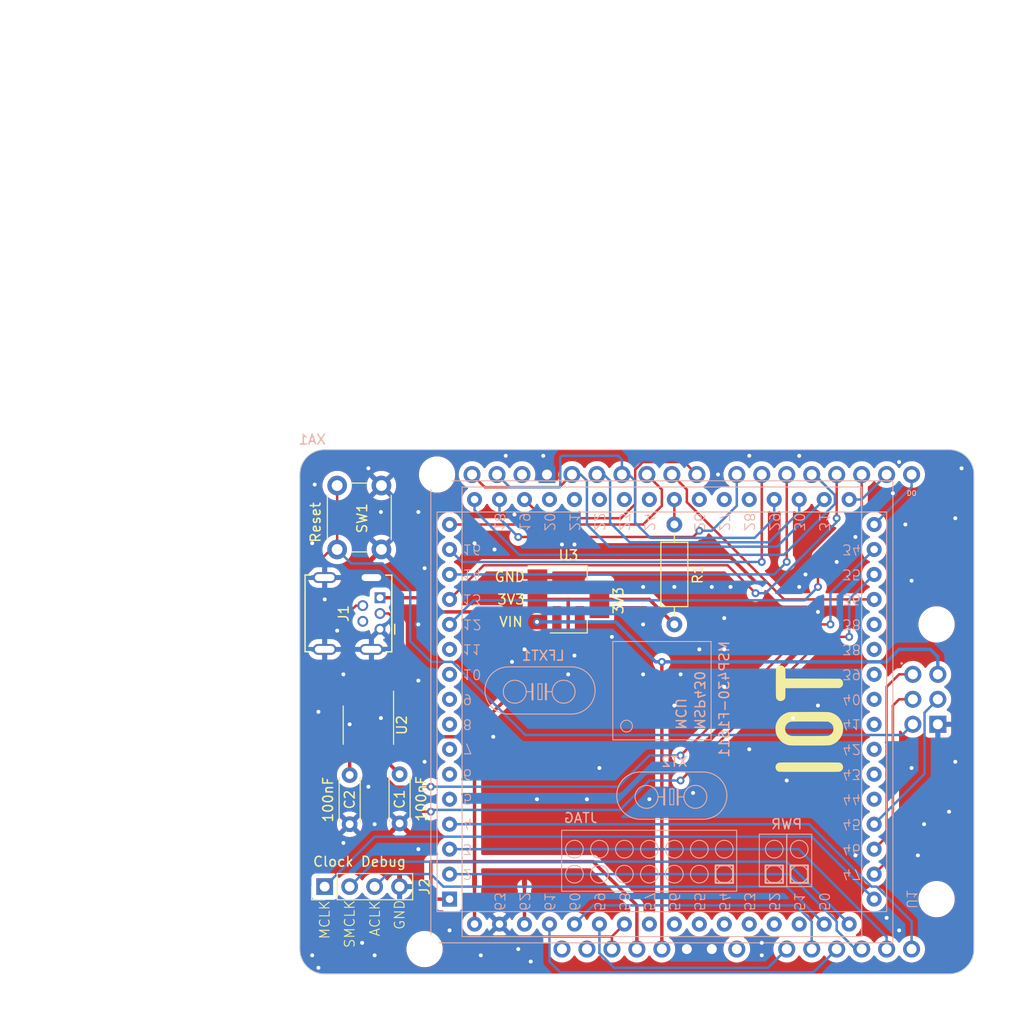
<source format=kicad_pcb>
(kicad_pcb (version 20221018) (generator pcbnew)
  (title_block (comment 4 "AISLER Project ID: EDIGCINF"))
  (layers (0 "F.Cu" signal) (31 "B.Cu" signal) (34 "B.Paste" user) (35 "F.Paste" user) (36 "B.SilkS" user "B.Silkscreen") (37 "F.SilkS" user "F.Silkscreen") (38 "B.Mask" user) (39 "F.Mask" user) (44 "Edge.Cuts" user))
  (net 0 "")
  (net 1 "GND")
  (net 3 "/USB_D-")
  (net 4 "/USB_D+")
  (net 5 "+5V")
  (net 6 "/R_{OSC}")
  (net 7 "VCC")
  (net 8 "GNDA")
  (net 9 "VDDA")
  (net 10 "/A5")
  (net 18 "/D2")
  (net 19 "/D3")
  (net 20 "/D5")
  (net 21 "/D6")
  (net 22 "/CS")
  (net 23 "/D4")
  (net 24 "/D7")
  (net 25 "/D8")
  (net 34 "/COPI0{slash}SDA")
  (net 35 "/CIPO0")
  (net 36 "/SCK0{slash}SCL")
  (net 37 "/TXD0")
  (net 38 "/RXD0")
  (net 39 "/TXD1")
  (net 40 "/RXD1")
  (net 41 "/D9")
  (net 50 "/COPI1")
  (net 51 "/CIPO1")
  (net 52 "/SCK1")
  (net 53 "/MCLK")
  (net 54 "/SMCLK")
  (net 55 "/ACLK")
  (net 63 "/~{RST}")
  (net 64 "/A0")
  (net 65 "/A1")
  (net 66 "/A2")
  (net 68 "/A3")
  (net 69 "/A4")
  (footprint "boards:RIOT Logo" (layer "F.Cu") (at 120.65 103.886 90)
    (fp_text reference "REF**" hide)
    (fp_text value "RIOT Logo" hide)
  )
  (footprint "boards:LDO-3V3" (layer "F.Cu") (at 90.83 83.82 180)
    (fp_text reference "U3")
    (fp_text value "LDO-3V3")
  )
  (footprint "boards:Arduino_Uno_R3_BOARD" (layer "F.Cu") (at 62.23 121.92)
    (fp_text reference "XA1")
    (fp_text value "Arduino UNO Headers")
  )
  (footprint "boards:USB_Mini-B-Through-Hole" (layer "F.Cu") (at 71.665 86.85 90)
    (fp_text reference "J1")
    (fp_text value "USB_B_Mini")
  )
  (footprint "Resistor_THT:R_Axial_DIN0207_L6.3mm_D2.5mm_P10.16mm_Horizontal" (layer "F.Cu") (at 101.6 76.2 -90)
    (fp_text reference "R1")
    (fp_text value "100K")
  )
  (footprint "NetTie:NetTie-2_SMD_Pad0.5mm" (layer "F.Cu") (at 86.36 112.53 -90)
    (fp_text reference "NT2" hide)
    (fp_text value "NetTie_2" hide)
  )
  (footprint "Button_Switch_THT:SW_PUSH_6mm_H5mm" (layer "F.Cu") (at 71.81 72.24 -90)
    (fp_text reference "SW1")
    (fp_text value "Reset")
  )
  (footprint "Package_SO:SOP-8_3.9x4.9mm_P1.27mm" (layer "F.Cu") (at 70.485 96.605 -90)
    (fp_text reference "U2")
    (fp_text value "CH340N")
  )
  (footprint "Connector_PinHeader_2.54mm:PinHeader_1x04_P2.54mm_Vertical" (layer "F.Cu") (at 66.04 113.03 90)
    (fp_text reference "J2")
    (fp_text value "Clock Debug")
  )
  (footprint "Capacitor_THT:C_Disc_D4.3mm_W1.9mm_P5.00mm" (layer "F.Cu") (at 73.66 106.6 90)
    (fp_text reference "C1")
    (fp_text value "100nF")
  )
  (footprint "Capacitor_THT:C_Disc_D4.3mm_W1.9mm_P5.00mm" (layer "F.Cu") (at 68.58 101.68 -90)
    (fp_text reference "C2")
    (fp_text value "100nF")
  )
  (footprint "NetTie:NetTie-2_SMD_Pad0.5mm" (layer "F.Cu") (at 81.28 112.395 -90)
    (fp_text reference "NT1" hide)
    (fp_text value "NetTie_2" hide)
  )
  (footprint "boards:Olimex MSP430-H1611" (layer "B.Cu") (at 78.74 114.3 90)
    (fp_text reference "U1")
    (fp_text value "MSP430-F1611")
  )
  (gr_line (start 66.04 68.58) (end 129.54 68.58) (stroke (width 0.1)) (layer "Edge.Cuts"))
  (gr_arc (start 132.08 119.38) (mid 131.336051 121.176051) (end 129.54 121.92) (stroke (width 0.1)) (layer "Edge.Cuts"))
  (gr_arc (start 129.54 68.58) (mid 131.336051 69.323949) (end 132.08 71.12) (stroke (width 0.1)) (layer "Edge.Cuts"))
  (gr_line (start 132.08 71.12) (end 132.08 119.38) (stroke (width 0.1)) (layer "Edge.Cuts"))
  (gr_line (start 63.5 119.38) (end 63.5 71.12) (stroke (width 0.1)) (layer "Edge.Cuts"))
  (gr_line (start 129.54 121.92) (end 66.04 121.92) (stroke (width 0.1)) (layer "Edge.Cuts"))
  (gr_arc (start 63.5 71.12) (mid 64.243949 69.323949) (end 66.04 68.58) (stroke (width 0.1)) (layer "Edge.Cuts"))
  (gr_arc (start 66.04 121.92) (mid 64.243949 121.176051) (end 63.5 119.38) (stroke (width 0.1)) (layer "Edge.Cuts"))
  (gr_text "SMCLK" (at 68.58 114.3 90) (layer "F.SilkS") (effects (font (size 1 1) (thickness 0.1)) (justify right)))
  (gr_text "ACLK" (at 71.15 114.36 90) (layer "F.SilkS") (effects (font (size 1 1) (thickness 0.1)) (justify right)))
  (gr_text "MCLK" (at 66.04 114.36 90) (layer "F.SilkS") (effects (font (size 1 1) (thickness 0.1)) (justify right)))
  (gr_text "GND" (at 73.66 114.3 90) (layer "F.SilkS") (effects (font (size 1 1) (thickness 0.1)) (justify right)))
  (via (at 70.485 70.485) (size 0.8) (drill 0.4) (layers "F.Cu" "B.Cu") (net 1))
  (via (at 71.755 95.885) (size 0.8) (drill 0.4) (layers "F.Cu" "B.Cu") (net 1))
  (via (at 110.49 120.015) (size 0.8) (drill 0.4) (layers "F.Cu" "B.Cu") (net 1))
  (via (at 76.2 100.33) (size 0.8) (drill 0.4) (layers "F.Cu" "B.Cu") (net 1))
  (via (at 85.344 75.184) (size 0.8) (drill 0.4) (layers "F.Cu" "B.Cu") (net 1))
  (via (at 130.81 70.485) (size 0.8) (drill 0.4) (layers "F.Cu" "B.Cu") (net 1))
  (via (at 78.74 117.475) (size 0.8) (drill 0.4) (layers "F.Cu" "B.Cu") (net 1))
  (via (at 103.505 103.505) (size 0.8) (drill 0.4) (layers "F.Cu" "B.Cu") (net 1))
  (via (at 124.46 117.475) (size 0.8) (drill 0.4) (layers "F.Cu" "B.Cu") (net 1))
  (via (at 85.725 119.38) (size 0.8) (drill 0.4) (layers "F.Cu" "B.Cu") (net 1))
  (via (at 83.185 97.79) (size 0.8) (drill 0.4) (layers "F.Cu" "B.Cu") (net 1))
  (via (at 81.915 120.015) (size 0.8) (drill 0.4) (layers "F.Cu" "B.Cu") (net 1))
  (via (at 106.68 85.725) (size 0.8) (drill 0.4) (layers "F.Cu" "B.Cu") (net 1))
  (via (at 114.3 69.215) (size 0.8) (drill 0.4) (layers "F.Cu" "B.Cu") (net 1))
  (via (at 86.36 88.9) (size 0.8) (drill 0.4) (layers "F.Cu" "B.Cu") (net 1))
  (via (at 65.405 121.285) (size 0.8) (drill 0.4) (layers "F.Cu" "B.Cu") (net 1))
  (via (at 65.024 72.136) (size 0.8) (drill 0.4) (layers "F.Cu" "B.Cu") (net 1))
  (via (at 95.25 87.63) (size 0.8) (drill 0.4) (layers "F.Cu" "B.Cu") (net 1))
  (via (at 126.365 109.855) (size 0.8) (drill 0.4) (layers "F.Cu" "B.Cu") (net 1))
  (via (at 125.095 76.2) (size 0.8) (drill 0.4) (layers "F.Cu" "B.Cu") (net 1))
  (via (at 88.265 69.215) (size 0.8) (drill 0.4) (layers "F.Cu" "B.Cu") (net 1))
  (via (at 101.6 82.55) (size 0.8) (drill 0.4) (layers "F.Cu" "B.Cu") (net 1))
  (via (at 69.85 118.745) (size 0.8) (drill 0.4) (layers "F.Cu" "B.Cu") (net 1))
  (via (at 84.455 69.215) (size 0.8) (drill 0.4) (layers "F.Cu" "B.Cu") (net 1))
  (via (at 129.54 105.41) (size 0.8) (drill 0.4) (layers "F.Cu" "B.Cu") (net 1))
  (via (at 91.44 89.535) (size 0.8) (drill 0.4) (layers "F.Cu" "B.Cu") (net 1))
  (via (at 125.73 100.965) (size 0.8) (drill 0.4) (layers "F.Cu" "B.Cu") (net 1))
  (via (at 91.44 78.232) (size 0.8) (drill 0.4) (layers "F.Cu" "B.Cu") (net 1))
  (via (at 109.22 69.215) (size 0.8) (drill 0.4) (layers "F.Cu" "B.Cu") (net 1))
  (via (at 68.58 96.52) (size 0.8) (drill 0.4) (layers "F.Cu" "B.Cu") (net 1))
  (via (at 106.68 88.9) (size 0.8) (drill 0.4) (layers "F.Cu" "B.Cu") (net 1))
  (via (at 67.945 108.585) (size 0.8) (drill 0.4) (layers "F.Cu" "B.Cu") (net 1))
  (via (at 67.945 91.44) (size 0.8) (drill 0.4) (layers "F.Cu" "B.Cu") (net 1))
  (via (at 81.28 78.105) (size 0.8) (drill 0.4) (layers "F.Cu" "B.Cu") (net 1))
  (via (at 71.12 106.68) (size 0.8) (drill 0.4) (layers "F.Cu" "B.Cu") (net 1))
  (via (at 114.3 82.55) (size 0.8) (drill 0.4) (layers "F.Cu" "B.Cu") (net 1))
  (via (at 120.015 109.855) (size 0.8) (drill 0.4) (layers "F.Cu" "B.Cu") (net 1))
  (via (at 120.015 77.47) (size 0.8) (drill 0.4) (layers "F.Cu" "B.Cu") (net 1))
  (via (at 104.14 88.9) (size 0.8) (drill 0.4) (layers "F.Cu" "B.Cu") (net 1))
  (via (at 102.235 91.44) (size 0.8) (drill 0.4) (layers "F.Cu" "B.Cu") (net 1))
  (via (at 93.98 100.965) (size 0.8) (drill 0.4) (layers "F.Cu" "B.Cu") (net 1))
  (via (at 87.63 104.14) (size 0.8) (drill 0.4) (layers "F.Cu" "B.Cu") (net 1))
  (via (at 99.06 104.14) (size 0.8) (drill 0.4) (layers "F.Cu" "B.Cu") (net 1))
  (via (at 75.565 92.075) (size 0.8) (drill 0.4) (layers "F.Cu" "B.Cu") (net 1))
  (via (at 75.565 74.93) (size 0.8) (drill 0.4) (layers "F.Cu" "B.Cu") (net 1))
  (via (at 65.405 95.25) (size 0.8) (drill 0.4) (layers "F.Cu" "B.Cu") (net 1))
  (via (at 75.565 109.22) (size 0.8) (drill 0.4) (layers "F.Cu" "B.Cu") (net 1))
  (via (at 116.205 94.615) (size 0.8) (drill 0.4) (layers "F.Cu" "B.Cu") (net 1))
  (via (at 110.49 118.745) (size 0.8) (drill 0.4) (layers "F.Cu" "B.Cu") (net 1))
  (via (at 71.12 120.015) (size 0.8) (drill 0.4) (layers "F.Cu" "B.Cu") (net 1))
  (via (at 98.425 86.36) (size 0.8) (drill 0.4) (layers "F.Cu" "B.Cu") (net 1))
  (via (at 116.205 85.09) (size 0.8) (drill 0.4) (layers "F.Cu" "B.Cu") (net 1))
  (via (at 98.425 91.44) (size 0.8) (drill 0.4) (layers "F.Cu" "B.Cu") (net 1))
  (via (at 107.315 82.55) (size 0.8) (drill 0.4) (layers "F.Cu" "B.Cu") (net 1))
  (via (at 90.17 78.232) (size 0.8) (drill 0.4) (layers "F.Cu" "B.Cu") (net 1))
  (via (at 127 106.68) (size 0.8) (drill 0.4) (layers "F.Cu" "B.Cu") (net 1))
  (via (at 92.71 104.14) (size 0.8) (drill 0.4) (layers "F.Cu" "B.Cu") (net 1))
  (via (at 123.19 116.205) (size 0.8) (drill 0.4) (layers "F.Cu" "B.Cu") (net 1))
  (via (at 114.935 81.28) (size 0.8) (drill 0.4) (layers "F.Cu" "B.Cu") (net 1))
  (via (at 130.175 75.565) (size 0.8) (drill 0.4) (layers "F.Cu" "B.Cu") (net 1))
  (via (at 83.312 78.74) (size 0.8) (drill 0.4) (layers "F.Cu" "B.Cu") (net 1))
  (via (at 66.04 83.82) (size 0.8) (drill 0.4) (layers "F.Cu" "B.Cu") (net 1))
  (via (at 85.09 90.17) (size 0.8) (drill 0.4) (layers "F.Cu" "B.Cu") (net 1))
  (via (at 70.485 102.87) (size 0.8) (drill 0.4) (layers "F.Cu" "B.Cu") (net 1))
  (via (at 118.11 80.01) (size 0.8) (drill 0.4) (layers "F.Cu" "B.Cu") (net 1))
  (via (at 123.825 73.025) (size 0.8) (drill 0.4) (layers "F.Cu" "B.Cu") (net 1))
  (via (at 105.41 82.55) (size 0.8) (drill 0.4) (layers "F.Cu" "B.Cu") (net 1))
  (via (at 106.045 71.12) (size 0.8) (drill 0.4) (layers "F.Cu" "B.Cu") (net 1))
  (via (at 67.31 86.995) (size 0.8) (drill 0.4) (layers "F.Cu" "B.Cu") (net 1))
  (via (at 76.2 80.645) (size 0.8) (drill 0.4) (layers "F.Cu" "B.Cu") (net 1))
  (via (at 113.665 95.885) (size 0.8) (drill 0.4) (layers "F.Cu" "B.Cu") (net 1))
  (via (at 101.6 94.615) (size 0.8) (drill 0.4) (layers "F.Cu" "B.Cu") (net 1))
  (via (at 109.22 99.06) (size 0.8) (drill 0.4) (layers "F.Cu" "B.Cu") (net 1))
  (via (at 125.73 81.915) (size 0.8) (drill 0.4) (layers "F.Cu" "B.Cu") (net 1))
  (via (at 90.805 91.44) (size 0.8) (drill 0.4) (layers "F.Cu" "B.Cu") (net 1))
  (via (at 71.755 74.93) (size 0.8) (drill 0.4) (layers "F.Cu" "B.Cu") (net 1))
  (via (at 64.77 120.015) (size 0.8) (drill 0.4) (layers "F.Cu" "B.Cu") (net 1))
  (via (at 106.68 92.71) (size 0.8) (drill 0.4) (layers "F.Cu" "B.Cu") (net 1))
  (via (at 130.175 100.33) (size 0.8) (drill 0.4) (layers "F.Cu" "B.Cu") (net 1))
  (via (at 98.425 82.55) (size 0.8) (drill 0.4) (layers "F.Cu" "B.Cu") (net 1))
  (via (at 113.03 102.235) (size 0.8) (drill 0.4) (layers "F.Cu" "B.Cu") (net 1))
  (via (at 75.565 86.36) (size 0.8) (drill 0.4) (layers "F.Cu" "B.Cu") (net 1))
  (via (at 86.995 120.65) (size 0.8) (drill 0.4) (layers "F.Cu" "B.Cu") (net 1))
  (via (at 124.46 69.85) (size 0.8) (drill 0.4) (layers "F.Cu" "B.Cu") (net 1))
  (via (at 64.77 78.105) (size 0.8) (drill 0.4) (layers "F.Cu" "B.Cu") (net 1))
  (segment (start 69.915 84.45) (end 69.22 84.45) (width 0.25) (layer "F.Cu") (net 3))
  (segment (start 71.12 92.075) (end 71.12 93.98) (width 0.25) (layer "F.Cu") (net 3))
  (segment (start 69.22 84.45) (end 68.58 85.09) (width 0.25) (layer "F.Cu") (net 3))
  (segment (start 68.58 85.09) (end 68.58 89.535) (width 0.25) (layer "F.Cu") (net 3))
  (segment (start 68.58 89.535) (end 71.12 92.075) (width 0.25) (layer "F.Cu") (net 3))
  (segment (start 72.55 85.25) (end 71.665 85.25) (width 0.25) (layer "F.Cu") (net 4))
  (segment (start 72.39 93.98) (end 72.39 92.71) (width 0.25) (layer "F.Cu") (net 4))
  (segment (start 73.66 86.36) (end 72.55 85.25) (width 0.25) (layer "F.Cu") (net 4))
  (segment (start 73.66 91.44) (end 73.66 86.36) (width 0.25) (layer "F.Cu") (net 4))
  (segment (start 72.39 92.71) (end 73.66 91.44) (width 0.25) (layer "F.Cu") (net 4))
  (segment (start 100.33 90.17) (end 100.33 119.38) (width 0.35) (layer "F.Cu") (net 5))
  (segment (start 76.03 83.65) (end 77.47 85.09) (width 0.35) (layer "F.Cu") (net 5))
  (segment (start 87.68 86.12) (end 87.644 86.12) (width 0.35) (layer "F.Cu") (net 5))
  (segment (start 77.47 85.09) (end 83.82 85.09) (width 0.35) (layer "F.Cu") (net 5))
  (segment (start 87.644 86.12) (end 87.63 86.106) (width 0.35) (layer "F.Cu") (net 5))
  (segment (start 87.63 86.106) (end 87.616 86.12) (width 0.35) (layer "F.Cu") (net 5))
  (segment (start 87.616 86.12) (end 84.85 86.12) (width 0.35) (layer "F.Cu") (net 5))
  (segment (start 84.85 86.12) (end 83.82 85.09) (width 0.35) (layer "F.Cu") (net 5))
  (segment (start 71.665 83.65) (end 76.03 83.65) (width 0.35) (layer "F.Cu") (net 5))
  (via (at 100.33 90.17) (size 0.8) (drill 0.4) (layers "F.Cu" "B.Cu") (net 5))
  (via (at 87.63 86.106) (size 0.8) (drill 0.4) (layers "F.Cu" "B.Cu") (net 5))
  (segment (start 99.695 90.17) (end 100.33 90.17) (width 0.35) (layer "B.Cu") (net 5))
  (segment (start 123.19 90.17) (end 124.46 88.9) (width 0.35) (layer "B.Cu") (net 5))
  (segment (start 127.635 88.9) (end 124.46 88.9) (width 0.35) (layer "B.Cu") (net 5))
  (segment (start 95.631 86.106) (end 99.695 90.17) (width 0.35) (layer "B.Cu") (net 5))
  (segment (start 128.397 89.662) (end 127.635 88.9) (width 0.35) (layer "B.Cu") (net 5))
  (segment (start 100.33 90.17) (end 123.19 90.17) (width 0.35) (layer "B.Cu") (net 5))
  (segment (start 128.397 91.44) (end 128.397 89.662) (width 0.35) (layer "B.Cu") (net 5))
  (segment (start 87.63 86.106) (end 95.631 86.106) (width 0.35) (layer "B.Cu") (net 5))
  (segment (start 101.6 76.2) (end 101.6 73.66) (width 0.25) (layer "F.Cu") (net 6))
  (segment (start 80.645 97.79) (end 72.39 97.79) (width 0.35) (layer "F.Cu") (net 7))
  (segment (start 81.28 110.49) (end 76.835 110.49) (width 0.35) (layer "F.Cu") (net 7))
  (segment (start 97.79 114.935) (end 97.79 119.38) (width 0.35) (layer "F.Cu") (net 7))
  (segment (start 93.98 83.82) (end 99.06 83.82) (width 0.35) (layer "F.Cu") (net 7))
  (segment (start 99.06 83.82) (end 101.6 86.36) (width 0.35) (layer "F.Cu") (net 7))
  (segment (start 81.28 110.49) (end 93.345 110.49) (width 0.35) (layer "F.Cu") (net 7))
  (segment (start 90.805 83.82) (end 93.98 83.82) (width 0.35) (layer "F.Cu") (net 7))
  (segment (start 81.28 98.425) (end 81.28 110.49) (width 0.35) (layer "F.Cu") (net 7))
  (segment (start 72.39 99.23) (end 72.39 97.79) (width 0.35) (layer "F.Cu") (net 7))
  (segment (start 72.39 100.33) (end 73.66 101.6) (width 0.35) (layer "F.Cu") (net 7))
  (segment (start 93.345 110.49) (end 97.79 114.935) (width 0.35) (layer "F.Cu") (net 7))
  (segment (start 87.68 83.82) (end 90.805 83.82) (width 0.35) (layer "F.Cu") (net 7))
  (segment (start 90.805 83.82) (end 90.805 87.63) (width 0.35) (layer "F.Cu") (net 7))
  (segment (start 68.58 99.23) (end 68.58 101.68) (width 0.35) (layer "F.Cu") (net 7))
  (segment (start 76.835 110.49) (end 76.835 114.3) (width 0.35) (layer "F.Cu") (net 7))
  (segment (start 81.28 110.49) (end 81.28 111.895) (width 0.35) (layer "F.Cu") (net 7))
  (segment (start 80.645 97.79) (end 81.28 98.425) (width 0.35) (layer "F.Cu") (net 7))
  (segment (start 90.805 87.63) (end 80.645 97.79) (width 0.35) (layer "F.Cu") (net 7))
  (segment (start 68.58 97.79) (end 68.58 99.23) (width 0.35) (layer "F.Cu") (net 7))
  (segment (start 72.39 99.23) (end 72.39 100.33) (width 0.35) (layer "F.Cu") (net 7))
  (segment (start 72.39 97.79) (end 68.58 97.79) (width 0.35) (layer "F.Cu") (net 7))
  (segment (start 76.835 114.3) (end 78.74 114.3) (width 0.35) (layer "F.Cu") (net 7))
  (segment (start 86.36 116.84) (end 86.36 113.03) (width 0.35) (layer "F.Cu") (net 8))
  (segment (start 81.28 116.84) (end 81.28 112.895) (width 0.35) (layer "F.Cu") (net 9))
  (segment (start 115.302749 106.68) (end 121.652749 113.03) (width 0.25) (layer "B.Cu") (net 10))
  (segment (start 78.74 106.68) (end 115.302749 106.68) (width 0.25) (layer "B.Cu") (net 10))
  (segment (start 125.73 116.572749) (end 125.73 119.38) (width 0.25) (layer "B.Cu") (net 10))
  (segment (start 122.187251 113.03) (end 125.73 116.572749) (width 0.25) (layer "B.Cu") (net 10))
  (segment (start 121.652749 113.03) (end 122.187251 113.03) (width 0.25) (layer "B.Cu") (net 10))
  (segment (start 120.65 71.12) (end 120.65 74.93) (width 0.25) (layer "F.Cu") (net 18))
  (segment (start 116.205 82.55) (end 116.205 79.375) (width 0.25) (layer "F.Cu") (net 18))
  (segment (start 116.205 79.375) (end 120.65 74.93) (width 0.25) (layer "F.Cu") (net 18))
  (via (at 116.205 82.55) (size 0.8) (drill 0.4) (layers "F.Cu" "B.Cu") (net 18))
  (segment (start 114.845 83.91) (end 116.205 82.55) (width 0.25) (layer "B.Cu") (net 18))
  (segment (start 81.19 83.91) (end 114.845 83.91) (width 0.25) (layer "B.Cu") (net 18))
  (segment (start 78.74 86.36) (end 81.19 83.91) (width 0.25) (layer "B.Cu") (net 18))
  (segment (start 78.74 83.82) (end 82.215 80.345) (width 0.25) (layer "F.Cu") (net 19))
  (segment (start 82.215 80.345) (end 107.015 80.345) (width 0.25) (layer "F.Cu") (net 19))
  (segment (start 107.015 80.345) (end 109.855 83.185) (width 0.25) (layer "F.Cu") (net 19))
  (segment (start 118.11 75.565) (end 118.11 71.12) (width 0.25) (layer "F.Cu") (net 19))
  (via (at 118.11 75.565) (size 0.8) (drill 0.4) (layers "F.Cu" "B.Cu") (net 19))
  (via (at 109.855 83.185) (size 0.8) (drill 0.4) (layers "F.Cu" "B.Cu") (net 19))
  (segment (start 118.11 75.565) (end 118.11 75.955305) (width 0.25) (layer "B.Cu") (net 19))
  (segment (start 118.11 75.955305) (end 110.880305 83.185) (width 0.25) (layer "B.Cu") (net 19))
  (segment (start 110.880305 83.185) (end 109.855 83.185) (width 0.25) (layer "B.Cu") (net 19))
  (segment (start 113.03 80.01) (end 113.03 71.12) (width 0.25) (layer "F.Cu") (net 20))
  (via (at 113.03 80.01) (size 0.8) (drill 0.4) (layers "F.Cu" "B.Cu") (net 20))
  (segment (start 111.76 81.28) (end 78.74 81.28) (width 0.25) (layer "B.Cu") (net 20))
  (segment (start 113.03 80.01) (end 111.76 81.28) (width 0.25) (layer "B.Cu") (net 20))
  (segment (start 110.49 80.01) (end 110.49 71.12) (width 0.25) (layer "F.Cu") (net 21))
  (via (at 110.49 80.01) (size 0.8) (drill 0.4) (layers "F.Cu" "B.Cu") (net 21))
  (segment (start 110.49 80.01) (end 80.01 80.01) (width 0.25) (layer "B.Cu") (net 21))
  (segment (start 80.01 80.01) (end 78.74 78.74) (width 0.25) (layer "B.Cu") (net 21))
  (segment (start 98.425 76.2) (end 100.33 74.295) (width 0.25) (layer "F.Cu") (net 22))
  (segment (start 100.33 72.644) (end 98.806 71.12) (width 0.25) (layer "F.Cu") (net 22))
  (segment (start 100.33 74.295) (end 100.33 72.644) (width 0.25) (layer "F.Cu") (net 22))
  (segment (start 78.74 76.2) (end 98.425 76.2) (width 0.25) (layer "F.Cu") (net 22))
  (segment (start 112.752251 79.285) (end 85.82737 79.285) (width 0.25) (layer "B.Cu") (net 23))
  (segment (start 81.28 74.73763) (end 81.28 73.66) (width 0.25) (layer "B.Cu") (net 23))
  (segment (start 117.927 73.209749) (end 117.927 74.110251) (width 0.25) (layer "B.Cu") (net 23))
  (segment (start 115.57 71.12) (end 115.837251 71.12) (width 0.25) (layer "B.Cu") (net 23))
  (segment (start 115.837251 71.12) (end 117.927 73.209749) (width 0.25) (layer "B.Cu") (net 23))
  (segment (start 117.927 74.110251) (end 112.752251 79.285) (width 0.25) (layer "B.Cu") (net 23))
  (segment (start 85.82737 79.285) (end 81.28 74.73763) (width 0.25) (layer "B.Cu") (net 23))
  (segment (start 103.505 77.47) (end 92.71 77.47) (width 0.25) (layer "F.Cu") (net 24))
  (segment (start 87.884 77.47) (end 88.646 76.708) (width 0.25) (layer "F.Cu") (net 24))
  (segment (start 91.948 76.708) (end 92.71 77.47) (width 0.25) (layer "F.Cu") (net 24))
  (segment (start 87.884 77.47) (end 85.725 77.47) (width 0.25) (layer "F.Cu") (net 24))
  (segment (start 88.646 76.708) (end 91.948 76.708) (width 0.25) (layer "F.Cu") (net 24))
  (segment (start 104.14 76.835) (end 103.505 77.47) (width 0.25) (layer "F.Cu") (net 24))
  (via (at 85.725 77.47) (size 0.8) (drill 0.4) (layers "F.Cu" "B.Cu") (net 24))
  (via (at 104.14 76.835) (size 0.8) (drill 0.4) (layers "F.Cu" "B.Cu") (net 24))
  (segment (start 107.95 74.295) (end 107.95 71.12) (width 0.25) (layer "B.Cu") (net 24))
  (segment (start 104.14 76.835) (end 105.41 76.835) (width 0.25) (layer "B.Cu") (net 24))
  (segment (start 105.41 76.835) (end 107.95 74.295) (width 0.25) (layer "B.Cu") (net 24))
  (segment (start 83.82 75.565) (end 83.82 73.66) (width 0.25) (layer "B.Cu") (net 24))
  (segment (start 85.725 77.47) (end 83.82 75.565) (width 0.25) (layer "B.Cu") (net 24))
  (segment (start 102.616 69.85) (end 103.886 71.12) (width 0.25) (layer "F.Cu") (net 25))
  (segment (start 96.1748 75.565) (end 88.265 75.565) (width 0.25) (layer "F.Cu") (net 25))
  (segment (start 97.6174 74.1224) (end 96.1748 75.565) (width 0.25) (layer "F.Cu") (net 25))
  (segment (start 97.6174 74.1224) (end 97.6174 70.627665) (width 0.25) (layer "F.Cu") (net 25))
  (segment (start 98.395065 69.85) (end 102.616 69.85) (width 0.25) (layer "F.Cu") (net 25))
  (segment (start 97.6174 70.627665) (end 98.395065 69.85) (width 0.25) (layer "F.Cu") (net 25))
  (segment (start 86.36 73.66) (end 88.265 75.565) (width 0.25) (layer "F.Cu") (net 25))
  (segment (start 97.607 71.755) (end 97.607 76.017) (width 0.25) (layer "B.Cu") (net 34))
  (segment (start 84.8546 72.4086) (end 83.566 71.12) (width 0.25) (layer "B.Cu") (net 34))
  (segment (start 96.972 71.12) (end 97.607 71.755) (width 0.25) (layer "B.Cu") (net 34))
  (segment (start 90.17 69.215) (end 89.9974 69.3876) (width 0.25) (layer "B.Cu") (net 34))
  (segment (start 89.9974 69.3876) (end 89.9974 72.3458) (width 0.25) (layer "B.Cu") (net 34))
  (segment (start 89.9346 72.4086) (end 84.8546 72.4086) (width 0.25) (layer "B.Cu") (net 34))
  (segment (start 96.266 71.12) (end 96.972 71.12) (width 0.25) (layer "B.Cu") (net 34))
  (segment (start 89.9974 72.3458) (end 89.9346 72.4086) (width 0.25) (layer "B.Cu") (net 34))
  (segment (start 99.15 77.56) (end 109.765 77.56) (width 0.25) (layer "B.Cu") (net 34))
  (segment (start 111.76 75.565) (end 111.76 73.66) (width 0.25) (layer "B.Cu") (net 34))
  (segment (start 109.765 77.56) (end 111.76 75.565) (width 0.25) (layer "B.Cu") (net 34))
  (segment (start 96.266 69.596) (end 95.885 69.215) (width 0.25) (layer "B.Cu") (net 34))
  (segment (start 96.266 71.12) (end 96.266 69.596) (width 0.25) (layer "B.Cu") (net 34))
  (segment (start 97.607 76.017) (end 99.15 77.56) (width 0.25) (layer "B.Cu") (net 34))
  (segment (start 95.885 69.215) (end 90.17 69.215) (width 0.25) (layer "B.Cu") (net 34))
  (segment (start 97.06 78.01) (end 95.067 76.017) (width 0.25) (layer "B.Cu") (net 35))
  (segment (start 114.3 74.93) (end 111.22 78.01) (width 0.25) (layer "B.Cu") (net 35))
  (segment (start 95.067 76.017) (end 95.067 71.755) (width 0.25) (layer "B.Cu") (net 35))
  (segment (start 111.22 78.01) (end 97.06 78.01) (width 0.25) (layer "B.Cu") (net 35))
  (segment (start 94.432 71.12) (end 95.067 71.755) (width 0.25) (layer "B.Cu") (net 35))
  (segment (start 114.3 73.66) (end 114.3 74.93) (width 0.25) (layer "B.Cu") (net 35))
  (segment (start 93.726 71.12) (end 94.432 71.12) (width 0.25) (layer "B.Cu") (net 35))
  (segment (start 89.8974 72.4086) (end 91.186 71.12) (width 0.25) (layer "F.Cu") (net 36))
  (segment (start 82.3146 72.4086) (end 89.8974 72.4086) (width 0.25) (layer "F.Cu") (net 36))
  (segment (start 81.026 71.12) (end 82.3146 72.4086) (width 0.25) (layer "F.Cu") (net 36))
  (segment (start 91.186 71.12) (end 92.075 71.12) (width 0.25) (layer "B.Cu") (net 36))
  (segment (start 92.075 71.12) (end 92.71 71.755) (width 0.25) (layer "B.Cu") (net 36))
  (segment (start 112.04 78.46) (end 116.84 73.66) (width 0.25) (layer "B.Cu") (net 36))
  (segment (start 92.71 76.2) (end 94.97 78.46) (width 0.25) (layer "B.Cu") (net 36))
  (segment (start 94.97 78.46) (end 112.04 78.46) (width 0.25) (layer "B.Cu") (net 36))
  (segment (start 92.71 71.755) (end 92.71 76.2) (width 0.25) (layer "B.Cu") (net 36))
  (segment (start 120.65 73.66) (end 123.19 71.12) (width 0.25) (layer "B.Cu") (net 37))
  (segment (start 119.38 73.66) (end 120.65 73.66) (width 0.25) (layer "B.Cu") (net 37))
  (segment (start 121.92 76.2) (end 125.73 72.39) (width 0.25) (layer "B.Cu") (net 38))
  (segment (start 125.73 72.39) (end 125.73 71.12) (width 0.25) (layer "B.Cu") (net 38))
  (segment (start 73.197588 102.87) (end 76.835 102.87) (width 0.25) (layer "F.Cu") (net 39))
  (segment (start 102.235 99.695) (end 115.57 86.36) (width 0.25) (layer "F.Cu") (net 39))
  (segment (start 71.12 100.792412) (end 73.197588 102.87) (width 0.25) (layer "F.Cu") (net 39))
  (segment (start 71.12 99.23) (end 71.12 100.792412) (width 0.25) (layer "F.Cu") (net 39))
  (segment (start 115.57 86.36) (end 117.475 86.36) (width 0.25) (layer "F.Cu") (net 39))
  (via (at 102.235 99.695) (size 0.8) (drill 0.4) (layers "F.Cu" "B.Cu") (net 39))
  (via (at 76.835 102.87) (size 0.8) (drill 0.4) (layers "F.Cu" "B.Cu") (net 39))
  (via (at 117.475 86.36) (size 0.8) (drill 0.4) (layers "F.Cu" "B.Cu") (net 39))
  (segment (start 117.475 86.36) (end 117.475 83.185) (width 0.25) (layer "B.Cu") (net 39))
  (segment (start 99.06 99.695) (end 102.235 99.695) (width 0.25) (layer "B.Cu") (net 39))
  (segment (start 117.475 83.185) (end 121.92 78.74) (width 0.25) (layer "B.Cu") (net 39))
  (segment (start 95.885 102.87) (end 99.06 99.695) (width 0.25) (layer "B.Cu") (net 39))
  (segment (start 76.835 102.87) (end 95.885 102.87) (width 0.25) (layer "B.Cu") (net 39))
  (segment (start 69.85 99.23) (end 69.85 100.158808) (width 0.25) (layer "F.Cu") (net 40))
  (segment (start 102.235 102.235) (end 116.84 87.63) (width 0.25) (layer "F.Cu") (net 40))
  (segment (start 69.85 100.158808) (end 75.101192 105.41) (width 0.25) (layer "F.Cu") (net 40))
  (segment (start 116.84 87.63) (end 119.38 87.63) (width 0.25) (layer "F.Cu") (net 40))
  (segment (start 75.101192 105.41) (end 76.835 105.41) (width 0.25) (layer "F.Cu") (net 40))
  (via (at 102.235 102.235) (size 0.8) (drill 0.4) (layers "F.Cu" "B.Cu") (net 40))
  (via (at 119.38 87.63) (size 0.8) (drill 0.4) (layers "F.Cu" "B.Cu") (net 40))
  (via (at 76.835 105.41) (size 0.8) (drill 0.4) (layers "F.Cu" "B.Cu") (net 40))
  (segment (start 119.38 83.82) (end 121.92 81.28) (width 0.25) (layer "B.Cu") (net 40))
  (segment (start 76.652 105.227) (end 96.068 105.227) (width 0.25) (layer "B.Cu") (net 40))
  (segment (start 76.835 105.41) (end 76.652 105.227) (width 0.25) (layer "B.Cu") (net 40))
  (segment (start 96.068 105.227) (end 99.06 102.235) (width 0.25) (layer "B.Cu") (net 40))
  (segment (start 119.38 87.63) (end 119.38 83.82) (width 0.25) (layer "B.Cu") (net 40))
  (segment (start 99.06 102.235) (end 102.235 102.235) (width 0.25) (layer "B.Cu") (net 40))
  (segment (start 102.87 73.927251) (end 112.762749 83.82) (width 0.25) (layer "F.Cu") (net 41))
  (segment (start 102.87 73.927251) (end 102.87 72.644) (width 0.25) (layer "F.Cu") (net 41))
  (segment (start 102.87 72.644) (end 101.346 71.12) (width 0.25) (layer "F.Cu") (net 41))
  (segment (start 112.762749 83.82) (end 121.92 83.82) (width 0.25) (layer "F.Cu") (net 41))
  (segment (start 127.0456 101.5544) (end 127.0456 95.3314) (width 0.25) (layer "B.Cu") (net 50))
  (segment (start 127.0456 95.3314) (end 128.397 93.98) (width 0.25) (layer "B.Cu") (net 50))
  (segment (start 121.92 106.68) (end 127.0456 101.5544) (width 0.25) (layer "B.Cu") (net 50))
  (segment (start 123.19 107.95) (end 123.19 92.71) (width 0.25) (layer "F.Cu") (net 51))
  (segment (start 124.46 91.44) (end 125.857 91.44) (width 0.25) (layer "F.Cu") (net 51))
  (segment (start 123.19 92.71) (end 124.46 91.44) (width 0.25) (layer "F.Cu") (net 51))
  (segment (start 121.92 109.22) (end 123.19 107.95) (width 0.25) (layer "F.Cu") (net 51))
  (segment (start 124.46 93.98) (end 125.857 93.98) (width 0.25) (layer "F.Cu") (net 52))
  (segment (start 123.825 94.615) (end 124.46 93.98) (width 0.25) (layer "F.Cu") (net 52))
  (segment (start 123.825 109.855) (end 123.825 94.615) (width 0.25) (layer "F.Cu") (net 52))
  (segment (start 121.92 111.76) (end 123.825 109.855) (width 0.25) (layer "F.Cu") (net 52))
  (segment (start 71.12 107.95) (end 66.04 113.03) (width 0.25) (layer "B.Cu") (net 53))
  (segment (start 115.57 107.95) (end 71.12 107.95) (width 0.25) (layer "B.Cu") (net 53))
  (segment (start 121.92 114.3) (end 115.57 107.95) (width 0.25) (layer "B.Cu") (net 53))
  (segment (start 71.12 110.49) (end 113.03 110.49) (width 0.25) (layer "B.Cu") (net 54))
  (segment (start 113.03 110.49) (end 119.38 116.84) (width 0.25) (layer "B.Cu") (net 54))
  (segment (start 68.58 113.03) (end 71.12 110.49) (width 0.25) (layer "B.Cu") (net 54))
  (segment (start 71.12 113.03) (end 72.395 111.755) (width 0.25) (layer "B.Cu") (net 55))
  (segment (start 72.395 111.755) (end 76.83 111.755) (width 0.25) (layer "B.Cu") (net 55))
  (segment (start 113.03 113.03) (end 116.84 116.84) (width 0.25) (layer "B.Cu") (net 55))
  (segment (start 76.83 111.755) (end 78.105 113.03) (width 0.25) (layer "B.Cu") (net 55))
  (segment (start 78.105 113.03) (end 113.03 113.03) (width 0.25) (layer "B.Cu") (net 55))
  (segment (start 78.001727 115.57) (end 80.541727 118.11) (width 0.25) (layer "F.Cu") (net 63))
  (segment (start 95.25 118.11) (end 96.52 116.84) (width 0.25) (layer "F.Cu") (net 63))
  (segment (start 66.675 78.74) (end 64.135 81.28) (width 0.25) (layer "F.Cu") (net 63))
  (segment (start 67.31 78.74) (end 67.31 72.24) (width 0.25) (layer "F.Cu") (net 63))
  (segment (start 64.135 115.57) (end 78.001727 115.57) (width 0.25) (layer "F.Cu") (net 63))
  (segment (start 64.135 81.28) (end 64.135 115.57) (width 0.25) (layer "F.Cu") (net 63))
  (segment (start 95.25 119.38) (end 95.25 118.11) (width 0.25) (layer "F.Cu") (net 63))
  (segment (start 80.541727 118.11) (end 95.25 118.11) (width 0.25) (layer "F.Cu") (net 63))
  (segment (start 67.31 78.74) (end 66.675 78.74) (width 0.25) (layer "F.Cu") (net 63))
  (segment (start 86.444251 97.607) (end 79.007251 90.17) (width 0.25) (layer "B.Cu") (net 63))
  (segment (start 79.007251 90.17) (end 76.835 90.17) (width 0.25) (layer "B.Cu") (net 63))
  (segment (start 124.77 97.607) (end 86.444251 97.607) (width 0.25) (layer "B.Cu") (net 63))
  (segment (start 74.74 82.995) (end 71.91 80.165) (width 0.25) (layer "B.Cu") (net 63))
  (segment (start 68.735 80.165) (end 67.31 78.74) (width 0.25) (layer "B.Cu") (net 63))
  (segment (start 76.835 90.17) (end 74.74 88.075) (width 0.25) (layer "B.Cu") (net 63))
  (segment (start 74.74 88.075) (end 74.74 82.995) (width 0.25) (layer "B.Cu") (net 63))
  (segment (start 71.91 80.165) (end 68.735 80.165) (width 0.25) (layer "B.Cu") (net 63))
  (segment (start 125.857 96.52) (end 124.77 97.607) (width 0.25) (layer "B.Cu") (net 63))
  (segment (start 95.474065 121.285) (end 111.125 121.285) (width 0.25) (layer "B.Cu") (net 64))
  (segment (start 111.125 121.285) (end 113.03 119.38) (width 0.25) (layer "B.Cu") (net 64))
  (segment (start 93.98 119.790935) (end 95.474065 121.285) (width 0.25) (layer "B.Cu") (net 64))
  (segment (start 93.98 116.84) (end 93.98 119.790935) (width 0.25) (layer "B.Cu") (net 64))
  (segment (start 91.44 116.84) (end 93.345 114.935) (width 0.25) (layer "B.Cu") (net 65))
  (segment (start 113.932251 114.935) (end 93.345 114.935) (width 0.25) (layer "B.Cu") (net 65))
  (segment (start 115.57 119.38) (end 115.57 116.572749) (width 0.25) (layer "B.Cu") (net 65))
  (segment (start 115.57 116.572749) (end 113.932251 114.935) (width 0.25) (layer "B.Cu") (net 65))
  (segment (start 118.11 119.38) (end 115.755 121.735) (width 0.25) (layer "B.Cu") (net 66))
  (segment (start 88.9 120.65) (end 88.9 116.84) (width 0.25) (layer "B.Cu") (net 66))
  (segment (start 115.755 121.735) (end 89.985 121.735) (width 0.25) (layer "B.Cu") (net 66))
  (segment (start 89.985 121.735) (end 88.9 120.65) (width 0.25) (layer "B.Cu") (net 66))
  (segment (start 118.11 116.572749) (end 113.297251 111.76) (width 0.25) (layer "B.Cu") (net 68))
  (segment (start 113.297251 111.76) (end 78.74 111.76) (width 0.25) (layer "B.Cu") (net 68))
  (segment (start 120.65 119.38) (end 120.015 119.38) (width 0.25) (layer "B.Cu") (net 68))
  (segment (start 118.11 117.475) (end 118.11 116.572749) (width 0.25) (layer "B.Cu") (net 68))
  (segment (start 120.015 119.38) (end 118.11 117.475) (width 0.25) (layer "B.Cu") (net 68))
  (segment (start 123.19 118.158686) (end 123.19 119.38) (width 0.25) (layer "B.Cu") (net 69))
  (segment (start 114.251314 109.22) (end 123.19 118.158686) (width 0.25) (layer "B.Cu") (net 69))
  (segment (start 78.74 109.22) (end 114.251314 109.22) (width 0.25) (layer "B.Cu") (net 69))
  (zone (net 1) (net_name "GND") (layer "F.Cu") (connect_pads (clearance 0.5)) (min_thickness 0.25) (fill yes (thermal_gap 0.5) (thermal_bridge_width 0.5))
    (polygon (pts (xy 35.56 25.4) (xy 134.62 25.4) (xy 134.62 124.46) (xy 35.56 124.46)))
  )
  (zone (net 1) (net_name "GND") (layer "B.Cu") (priority 1) (connect_pads (clearance 0.5)) (min_thickness 0.25) (fill yes (thermal_gap 0.5) (thermal_bridge_width 0.5))
    (polygon (pts (xy 33.02 22.86) (xy 137.16 22.86) (xy 137.16 127) (xy 33.02 127)))
  )
)
</source>
